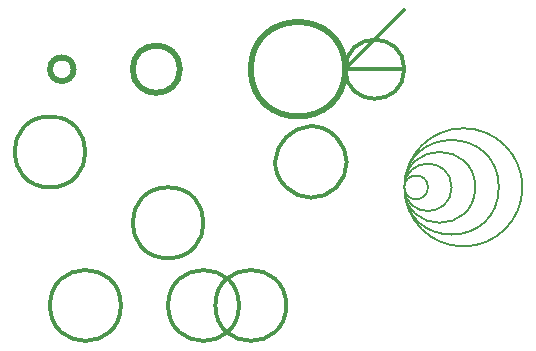
<source format=gbr>
G04 Test: Full circle arcs (360 degrees)*
G04 Tests full circles where start point equals end point*
G04 Based on Gerber spec section 4.7.2*
%FSLAX26Y26*%
%MOMM*%
G04 Define trace apertures*
%ADD10C,0.3*%
%ADD11C,0.5*%
%ADD12C,0.2*%
%LPD*%
G75*
G04 Full circle clockwise (G02) - radius 3mm*
D10*
X5000000Y5000000D02*
G02*
X5000000Y5000000I3000000J0D01*
G04 Full circle counterclockwise (G03) - radius 3mm*
X15000000Y5000000D02*
G03*
X15000000Y5000000I3000000J0D01*
G04 Full circle with different center offset (I negative)*
X25000000Y5000000D02*
G02*
X25000000Y5000000I-3000000J0D01*
G04 Full circle with J offset only*
X5000000Y15000000D02*
G03*
X5000000Y15000000I0J3000000D01*
G04 Full circle with negative J offset*
X15000000Y15000000D02*
G02*
X15000000Y15000000I0J-3000000D01*
G04 Full circle with diagonal center offset*
X25000000Y15000000D02*
G03*
X25000000Y15000000I2121320J2121320D01*
G04 Various sizes of full circles*
D11*
X5000000Y25000000D02*
G02*
X5000000Y25000000I1000000J0D01*
X12000000Y25000000D02*
G02*
X12000000Y25000000I2000000J0D01*
X22000000Y25000000D02*
G02*
X22000000Y25000000I4000000J0D01*
G04 Concentric full circles*
D12*
X35000000Y15000000D02*
G03*
X35000000Y15000000I1000000J0D01*
X35000000Y15000000D02*
G03*
X35000000Y15000000I2000000J0D01*
X35000000Y15000000D02*
G03*
X35000000Y15000000I3000000J0D01*
X35000000Y15000000D02*
G03*
X35000000Y15000000I4000000J0D01*
X35000000Y15000000D02*
G03*
X35000000Y15000000I5000000J0D01*
G04 Full circle as part of a path*
D10*
X35000000Y25000000D02*
G01*
X30000000Y25000000D01*
G02*
X30000000Y25000000I2500000J0D01*
G01*
X35000000Y30000000D01*
M02*

</source>
